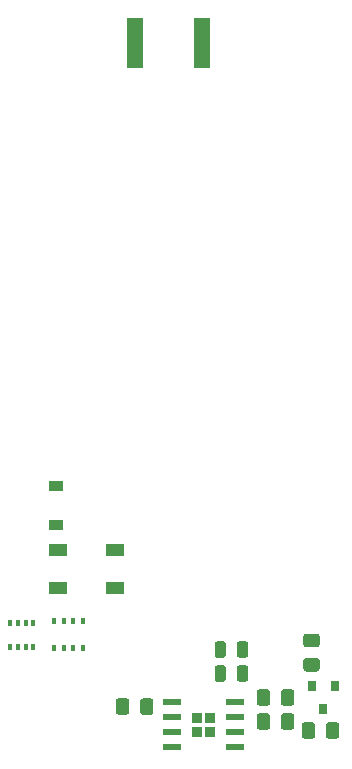
<source format=gbr>
G04 #@! TF.GenerationSoftware,KiCad,Pcbnew,(5.1.10)-1*
G04 #@! TF.CreationDate,2022-01-12T20:10:35+01:00*
G04 #@! TF.ProjectId,ttgot5,7474676f-7435-42e6-9b69-6361645f7063,rev?*
G04 #@! TF.SameCoordinates,Original*
G04 #@! TF.FileFunction,Paste,Top*
G04 #@! TF.FilePolarity,Positive*
%FSLAX46Y46*%
G04 Gerber Fmt 4.6, Leading zero omitted, Abs format (unit mm)*
G04 Created by KiCad (PCBNEW (5.1.10)-1) date 2022-01-12 20:10:35*
%MOMM*%
%LPD*%
G01*
G04 APERTURE LIST*
%ADD10R,0.800000X0.900000*%
%ADD11R,0.950000X0.950000*%
%ADD12R,1.550000X0.600000*%
%ADD13R,1.200000X0.900000*%
%ADD14R,1.500000X1.000000*%
%ADD15R,1.350000X4.200000*%
%ADD16R,0.400000X0.550000*%
%ADD17R,0.350000X0.500000*%
G04 APERTURE END LIST*
D10*
X127606000Y-159416000D03*
X126656000Y-157416000D03*
X128556000Y-157416000D03*
G36*
G01*
X126139999Y-155056000D02*
X127040001Y-155056000D01*
G75*
G02*
X127290000Y-155305999I0J-249999D01*
G01*
X127290000Y-155956001D01*
G75*
G02*
X127040001Y-156206000I-249999J0D01*
G01*
X126139999Y-156206000D01*
G75*
G02*
X125890000Y-155956001I0J249999D01*
G01*
X125890000Y-155305999D01*
G75*
G02*
X126139999Y-155056000I249999J0D01*
G01*
G37*
G36*
G01*
X126139999Y-153006000D02*
X127040001Y-153006000D01*
G75*
G02*
X127290000Y-153255999I0J-249999D01*
G01*
X127290000Y-153906001D01*
G75*
G02*
X127040001Y-154156000I-249999J0D01*
G01*
X126139999Y-154156000D01*
G75*
G02*
X125890000Y-153906001I0J249999D01*
G01*
X125890000Y-153255999D01*
G75*
G02*
X126139999Y-153006000I249999J0D01*
G01*
G37*
G36*
G01*
X111163000Y-158727999D02*
X111163000Y-159628001D01*
G75*
G02*
X110913001Y-159878000I-249999J0D01*
G01*
X110262999Y-159878000D01*
G75*
G02*
X110013000Y-159628001I0J249999D01*
G01*
X110013000Y-158727999D01*
G75*
G02*
X110262999Y-158478000I249999J0D01*
G01*
X110913001Y-158478000D01*
G75*
G02*
X111163000Y-158727999I0J-249999D01*
G01*
G37*
G36*
G01*
X113213000Y-158727999D02*
X113213000Y-159628001D01*
G75*
G02*
X112963001Y-159878000I-249999J0D01*
G01*
X112312999Y-159878000D01*
G75*
G02*
X112063000Y-159628001I0J249999D01*
G01*
X112063000Y-158727999D01*
G75*
G02*
X112312999Y-158478000I249999J0D01*
G01*
X112963001Y-158478000D01*
G75*
G02*
X113213000Y-158727999I0J-249999D01*
G01*
G37*
G36*
G01*
X123092000Y-157965999D02*
X123092000Y-158866001D01*
G75*
G02*
X122842001Y-159116000I-249999J0D01*
G01*
X122191999Y-159116000D01*
G75*
G02*
X121942000Y-158866001I0J249999D01*
G01*
X121942000Y-157965999D01*
G75*
G02*
X122191999Y-157716000I249999J0D01*
G01*
X122842001Y-157716000D01*
G75*
G02*
X123092000Y-157965999I0J-249999D01*
G01*
G37*
G36*
G01*
X125142000Y-157965999D02*
X125142000Y-158866001D01*
G75*
G02*
X124892001Y-159116000I-249999J0D01*
G01*
X124241999Y-159116000D01*
G75*
G02*
X123992000Y-158866001I0J249999D01*
G01*
X123992000Y-157965999D01*
G75*
G02*
X124241999Y-157716000I249999J0D01*
G01*
X124892001Y-157716000D01*
G75*
G02*
X125142000Y-157965999I0J-249999D01*
G01*
G37*
G36*
G01*
X123092000Y-159997999D02*
X123092000Y-160898001D01*
G75*
G02*
X122842001Y-161148000I-249999J0D01*
G01*
X122191999Y-161148000D01*
G75*
G02*
X121942000Y-160898001I0J249999D01*
G01*
X121942000Y-159997999D01*
G75*
G02*
X122191999Y-159748000I249999J0D01*
G01*
X122842001Y-159748000D01*
G75*
G02*
X123092000Y-159997999I0J-249999D01*
G01*
G37*
G36*
G01*
X125142000Y-159997999D02*
X125142000Y-160898001D01*
G75*
G02*
X124892001Y-161148000I-249999J0D01*
G01*
X124241999Y-161148000D01*
G75*
G02*
X123992000Y-160898001I0J249999D01*
G01*
X123992000Y-159997999D01*
G75*
G02*
X124241999Y-159748000I249999J0D01*
G01*
X124892001Y-159748000D01*
G75*
G02*
X125142000Y-159997999I0J-249999D01*
G01*
G37*
G36*
G01*
X119360500Y-153895750D02*
X119360500Y-154808250D01*
G75*
G02*
X119116750Y-155052000I-243750J0D01*
G01*
X118629250Y-155052000D01*
G75*
G02*
X118385500Y-154808250I0J243750D01*
G01*
X118385500Y-153895750D01*
G75*
G02*
X118629250Y-153652000I243750J0D01*
G01*
X119116750Y-153652000D01*
G75*
G02*
X119360500Y-153895750I0J-243750D01*
G01*
G37*
G36*
G01*
X121235500Y-153895750D02*
X121235500Y-154808250D01*
G75*
G02*
X120991750Y-155052000I-243750J0D01*
G01*
X120504250Y-155052000D01*
G75*
G02*
X120260500Y-154808250I0J243750D01*
G01*
X120260500Y-153895750D01*
G75*
G02*
X120504250Y-153652000I243750J0D01*
G01*
X120991750Y-153652000D01*
G75*
G02*
X121235500Y-153895750I0J-243750D01*
G01*
G37*
G36*
G01*
X119360500Y-155927750D02*
X119360500Y-156840250D01*
G75*
G02*
X119116750Y-157084000I-243750J0D01*
G01*
X118629250Y-157084000D01*
G75*
G02*
X118385500Y-156840250I0J243750D01*
G01*
X118385500Y-155927750D01*
G75*
G02*
X118629250Y-155684000I243750J0D01*
G01*
X119116750Y-155684000D01*
G75*
G02*
X119360500Y-155927750I0J-243750D01*
G01*
G37*
G36*
G01*
X121235500Y-155927750D02*
X121235500Y-156840250D01*
G75*
G02*
X120991750Y-157084000I-243750J0D01*
G01*
X120504250Y-157084000D01*
G75*
G02*
X120260500Y-156840250I0J243750D01*
G01*
X120260500Y-155927750D01*
G75*
G02*
X120504250Y-155684000I243750J0D01*
G01*
X120991750Y-155684000D01*
G75*
G02*
X121235500Y-155927750I0J-243750D01*
G01*
G37*
G36*
G01*
X126902000Y-160759999D02*
X126902000Y-161660001D01*
G75*
G02*
X126652001Y-161910000I-249999J0D01*
G01*
X126001999Y-161910000D01*
G75*
G02*
X125752000Y-161660001I0J249999D01*
G01*
X125752000Y-160759999D01*
G75*
G02*
X126001999Y-160510000I249999J0D01*
G01*
X126652001Y-160510000D01*
G75*
G02*
X126902000Y-160759999I0J-249999D01*
G01*
G37*
G36*
G01*
X128952000Y-160759999D02*
X128952000Y-161660001D01*
G75*
G02*
X128702001Y-161910000I-249999J0D01*
G01*
X128051999Y-161910000D01*
G75*
G02*
X127802000Y-161660001I0J249999D01*
G01*
X127802000Y-160759999D01*
G75*
G02*
X128051999Y-160510000I249999J0D01*
G01*
X128702001Y-160510000D01*
G75*
G02*
X128952000Y-160759999I0J-249999D01*
G01*
G37*
D11*
X118033500Y-160114500D03*
X116858500Y-160114500D03*
X116858500Y-161289500D03*
X118033500Y-161289500D03*
D12*
X120146000Y-158797000D03*
X120146000Y-160067000D03*
X120146000Y-161337000D03*
X120146000Y-162607000D03*
X114746000Y-162607000D03*
X114746000Y-161337000D03*
X114746000Y-160067000D03*
X114746000Y-158797000D03*
D13*
X105000000Y-140510000D03*
X105000000Y-143810000D03*
D14*
X105090000Y-145894000D03*
X105090000Y-149094000D03*
X109990000Y-145894000D03*
X109990000Y-149094000D03*
D15*
X117325000Y-103000000D03*
X111675000Y-103000000D03*
D16*
X104816000Y-151932000D03*
X105616000Y-151932000D03*
X106416000Y-151932000D03*
X107216000Y-151932000D03*
X107216000Y-154232000D03*
X106416000Y-154232000D03*
X105616000Y-154232000D03*
X104816000Y-154232000D03*
D17*
X103054000Y-152057000D03*
X102404000Y-152057000D03*
X101754000Y-152057000D03*
X101104000Y-152057000D03*
X101104000Y-154107000D03*
X101754000Y-154107000D03*
X102404000Y-154107000D03*
X103054000Y-154107000D03*
M02*

</source>
